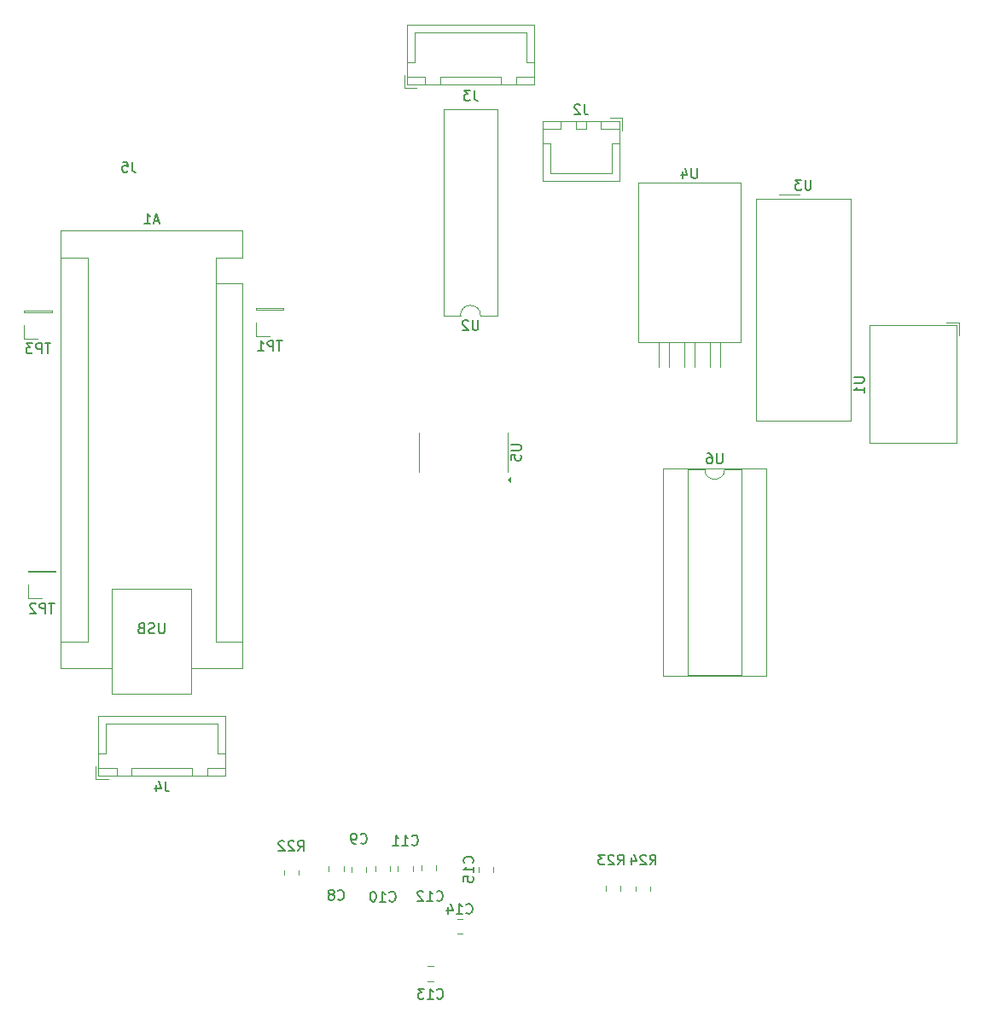
<source format=gbr>
%TF.GenerationSoftware,KiCad,Pcbnew,9.0.2*%
%TF.CreationDate,2025-06-27T21:47:48+01:00*%
%TF.ProjectId,Full_Circuit,46756c6c-5f43-4697-9263-7569742e6b69,rev?*%
%TF.SameCoordinates,Original*%
%TF.FileFunction,Legend,Bot*%
%TF.FilePolarity,Positive*%
%FSLAX46Y46*%
G04 Gerber Fmt 4.6, Leading zero omitted, Abs format (unit mm)*
G04 Created by KiCad (PCBNEW 9.0.2) date 2025-06-27 21:47:48*
%MOMM*%
%LPD*%
G01*
G04 APERTURE LIST*
%ADD10C,0.150000*%
%ADD11C,0.120000*%
G04 APERTURE END LIST*
D10*
X185639754Y-79826569D02*
X185639754Y-80636092D01*
X185639754Y-80636092D02*
X185592135Y-80731330D01*
X185592135Y-80731330D02*
X185544516Y-80778950D01*
X185544516Y-80778950D02*
X185449278Y-80826569D01*
X185449278Y-80826569D02*
X185258802Y-80826569D01*
X185258802Y-80826569D02*
X185163564Y-80778950D01*
X185163564Y-80778950D02*
X185115945Y-80731330D01*
X185115945Y-80731330D02*
X185068326Y-80636092D01*
X185068326Y-80636092D02*
X185068326Y-79826569D01*
X184163564Y-79826569D02*
X184354040Y-79826569D01*
X184354040Y-79826569D02*
X184449278Y-79874188D01*
X184449278Y-79874188D02*
X184496897Y-79921807D01*
X184496897Y-79921807D02*
X184592135Y-80064664D01*
X184592135Y-80064664D02*
X184639754Y-80255140D01*
X184639754Y-80255140D02*
X184639754Y-80636092D01*
X184639754Y-80636092D02*
X184592135Y-80731330D01*
X184592135Y-80731330D02*
X184544516Y-80778950D01*
X184544516Y-80778950D02*
X184449278Y-80826569D01*
X184449278Y-80826569D02*
X184258802Y-80826569D01*
X184258802Y-80826569D02*
X184163564Y-80778950D01*
X184163564Y-80778950D02*
X184115945Y-80731330D01*
X184115945Y-80731330D02*
X184068326Y-80636092D01*
X184068326Y-80636092D02*
X184068326Y-80397997D01*
X184068326Y-80397997D02*
X184115945Y-80302759D01*
X184115945Y-80302759D02*
X184163564Y-80255140D01*
X184163564Y-80255140D02*
X184258802Y-80207521D01*
X184258802Y-80207521D02*
X184449278Y-80207521D01*
X184449278Y-80207521D02*
X184544516Y-80255140D01*
X184544516Y-80255140D02*
X184592135Y-80302759D01*
X184592135Y-80302759D02*
X184639754Y-80397997D01*
X149738516Y-118443530D02*
X149786135Y-118491150D01*
X149786135Y-118491150D02*
X149928992Y-118538769D01*
X149928992Y-118538769D02*
X150024230Y-118538769D01*
X150024230Y-118538769D02*
X150167087Y-118491150D01*
X150167087Y-118491150D02*
X150262325Y-118395911D01*
X150262325Y-118395911D02*
X150309944Y-118300673D01*
X150309944Y-118300673D02*
X150357563Y-118110197D01*
X150357563Y-118110197D02*
X150357563Y-117967340D01*
X150357563Y-117967340D02*
X150309944Y-117776864D01*
X150309944Y-117776864D02*
X150262325Y-117681626D01*
X150262325Y-117681626D02*
X150167087Y-117586388D01*
X150167087Y-117586388D02*
X150024230Y-117538769D01*
X150024230Y-117538769D02*
X149928992Y-117538769D01*
X149928992Y-117538769D02*
X149786135Y-117586388D01*
X149786135Y-117586388D02*
X149738516Y-117634007D01*
X149262325Y-118538769D02*
X149071849Y-118538769D01*
X149071849Y-118538769D02*
X148976611Y-118491150D01*
X148976611Y-118491150D02*
X148928992Y-118443530D01*
X148928992Y-118443530D02*
X148833754Y-118300673D01*
X148833754Y-118300673D02*
X148786135Y-118110197D01*
X148786135Y-118110197D02*
X148786135Y-117729245D01*
X148786135Y-117729245D02*
X148833754Y-117634007D01*
X148833754Y-117634007D02*
X148881373Y-117586388D01*
X148881373Y-117586388D02*
X148976611Y-117538769D01*
X148976611Y-117538769D02*
X149167087Y-117538769D01*
X149167087Y-117538769D02*
X149262325Y-117586388D01*
X149262325Y-117586388D02*
X149309944Y-117634007D01*
X149309944Y-117634007D02*
X149357563Y-117729245D01*
X149357563Y-117729245D02*
X149357563Y-117967340D01*
X149357563Y-117967340D02*
X149309944Y-118062578D01*
X149309944Y-118062578D02*
X149262325Y-118110197D01*
X149262325Y-118110197D02*
X149167087Y-118157816D01*
X149167087Y-118157816D02*
X148976611Y-118157816D01*
X148976611Y-118157816D02*
X148881373Y-118110197D01*
X148881373Y-118110197D02*
X148833754Y-118062578D01*
X148833754Y-118062578D02*
X148786135Y-117967340D01*
X194436904Y-52667819D02*
X194436904Y-53477342D01*
X194436904Y-53477342D02*
X194389285Y-53572580D01*
X194389285Y-53572580D02*
X194341666Y-53620200D01*
X194341666Y-53620200D02*
X194246428Y-53667819D01*
X194246428Y-53667819D02*
X194055952Y-53667819D01*
X194055952Y-53667819D02*
X193960714Y-53620200D01*
X193960714Y-53620200D02*
X193913095Y-53572580D01*
X193913095Y-53572580D02*
X193865476Y-53477342D01*
X193865476Y-53477342D02*
X193865476Y-52667819D01*
X193484523Y-52667819D02*
X192865476Y-52667819D01*
X192865476Y-52667819D02*
X193198809Y-53048771D01*
X193198809Y-53048771D02*
X193055952Y-53048771D01*
X193055952Y-53048771D02*
X192960714Y-53096390D01*
X192960714Y-53096390D02*
X192913095Y-53144009D01*
X192913095Y-53144009D02*
X192865476Y-53239247D01*
X192865476Y-53239247D02*
X192865476Y-53477342D01*
X192865476Y-53477342D02*
X192913095Y-53572580D01*
X192913095Y-53572580D02*
X192960714Y-53620200D01*
X192960714Y-53620200D02*
X193055952Y-53667819D01*
X193055952Y-53667819D02*
X193341666Y-53667819D01*
X193341666Y-53667819D02*
X193436904Y-53620200D01*
X193436904Y-53620200D02*
X193484523Y-53572580D01*
X160849830Y-120438292D02*
X160897450Y-120390673D01*
X160897450Y-120390673D02*
X160945069Y-120247816D01*
X160945069Y-120247816D02*
X160945069Y-120152578D01*
X160945069Y-120152578D02*
X160897450Y-120009721D01*
X160897450Y-120009721D02*
X160802211Y-119914483D01*
X160802211Y-119914483D02*
X160706973Y-119866864D01*
X160706973Y-119866864D02*
X160516497Y-119819245D01*
X160516497Y-119819245D02*
X160373640Y-119819245D01*
X160373640Y-119819245D02*
X160183164Y-119866864D01*
X160183164Y-119866864D02*
X160087926Y-119914483D01*
X160087926Y-119914483D02*
X159992688Y-120009721D01*
X159992688Y-120009721D02*
X159945069Y-120152578D01*
X159945069Y-120152578D02*
X159945069Y-120247816D01*
X159945069Y-120247816D02*
X159992688Y-120390673D01*
X159992688Y-120390673D02*
X160040307Y-120438292D01*
X160945069Y-121390673D02*
X160945069Y-120819245D01*
X160945069Y-121104959D02*
X159945069Y-121104959D01*
X159945069Y-121104959D02*
X160087926Y-121009721D01*
X160087926Y-121009721D02*
X160183164Y-120914483D01*
X160183164Y-120914483D02*
X160230783Y-120819245D01*
X159945069Y-122295435D02*
X159945069Y-121819245D01*
X159945069Y-121819245D02*
X160421259Y-121771626D01*
X160421259Y-121771626D02*
X160373640Y-121819245D01*
X160373640Y-121819245D02*
X160326021Y-121914483D01*
X160326021Y-121914483D02*
X160326021Y-122152578D01*
X160326021Y-122152578D02*
X160373640Y-122247816D01*
X160373640Y-122247816D02*
X160421259Y-122295435D01*
X160421259Y-122295435D02*
X160516497Y-122343054D01*
X160516497Y-122343054D02*
X160754592Y-122343054D01*
X160754592Y-122343054D02*
X160849830Y-122295435D01*
X160849830Y-122295435D02*
X160897450Y-122247816D01*
X160897450Y-122247816D02*
X160945069Y-122152578D01*
X160945069Y-122152578D02*
X160945069Y-121914483D01*
X160945069Y-121914483D02*
X160897450Y-121819245D01*
X160897450Y-121819245D02*
X160849830Y-121771626D01*
X141977904Y-68636819D02*
X141406476Y-68636819D01*
X141692190Y-69636819D02*
X141692190Y-68636819D01*
X141073142Y-69636819D02*
X141073142Y-68636819D01*
X141073142Y-68636819D02*
X140692190Y-68636819D01*
X140692190Y-68636819D02*
X140596952Y-68684438D01*
X140596952Y-68684438D02*
X140549333Y-68732057D01*
X140549333Y-68732057D02*
X140501714Y-68827295D01*
X140501714Y-68827295D02*
X140501714Y-68970152D01*
X140501714Y-68970152D02*
X140549333Y-69065390D01*
X140549333Y-69065390D02*
X140596952Y-69113009D01*
X140596952Y-69113009D02*
X140692190Y-69160628D01*
X140692190Y-69160628D02*
X141073142Y-69160628D01*
X139549333Y-69636819D02*
X140120761Y-69636819D01*
X139835047Y-69636819D02*
X139835047Y-68636819D01*
X139835047Y-68636819D02*
X139930285Y-68779676D01*
X139930285Y-68779676D02*
X140025523Y-68874914D01*
X140025523Y-68874914D02*
X140120761Y-68922533D01*
X164668569Y-78942645D02*
X165478092Y-78942645D01*
X165478092Y-78942645D02*
X165573330Y-78990264D01*
X165573330Y-78990264D02*
X165620950Y-79037883D01*
X165620950Y-79037883D02*
X165668569Y-79133121D01*
X165668569Y-79133121D02*
X165668569Y-79323597D01*
X165668569Y-79323597D02*
X165620950Y-79418835D01*
X165620950Y-79418835D02*
X165573330Y-79466454D01*
X165573330Y-79466454D02*
X165478092Y-79514073D01*
X165478092Y-79514073D02*
X164668569Y-79514073D01*
X164668569Y-80466454D02*
X164668569Y-79990264D01*
X164668569Y-79990264D02*
X165144759Y-79942645D01*
X165144759Y-79942645D02*
X165097140Y-79990264D01*
X165097140Y-79990264D02*
X165049521Y-80085502D01*
X165049521Y-80085502D02*
X165049521Y-80323597D01*
X165049521Y-80323597D02*
X165097140Y-80418835D01*
X165097140Y-80418835D02*
X165144759Y-80466454D01*
X165144759Y-80466454D02*
X165239997Y-80514073D01*
X165239997Y-80514073D02*
X165478092Y-80514073D01*
X165478092Y-80514073D02*
X165573330Y-80466454D01*
X165573330Y-80466454D02*
X165620950Y-80418835D01*
X165620950Y-80418835D02*
X165668569Y-80323597D01*
X165668569Y-80323597D02*
X165668569Y-80085502D01*
X165668569Y-80085502D02*
X165620950Y-79990264D01*
X165620950Y-79990264D02*
X165573330Y-79942645D01*
X160222307Y-125399530D02*
X160269926Y-125447150D01*
X160269926Y-125447150D02*
X160412783Y-125494769D01*
X160412783Y-125494769D02*
X160508021Y-125494769D01*
X160508021Y-125494769D02*
X160650878Y-125447150D01*
X160650878Y-125447150D02*
X160746116Y-125351911D01*
X160746116Y-125351911D02*
X160793735Y-125256673D01*
X160793735Y-125256673D02*
X160841354Y-125066197D01*
X160841354Y-125066197D02*
X160841354Y-124923340D01*
X160841354Y-124923340D02*
X160793735Y-124732864D01*
X160793735Y-124732864D02*
X160746116Y-124637626D01*
X160746116Y-124637626D02*
X160650878Y-124542388D01*
X160650878Y-124542388D02*
X160508021Y-124494769D01*
X160508021Y-124494769D02*
X160412783Y-124494769D01*
X160412783Y-124494769D02*
X160269926Y-124542388D01*
X160269926Y-124542388D02*
X160222307Y-124590007D01*
X159269926Y-125494769D02*
X159841354Y-125494769D01*
X159555640Y-125494769D02*
X159555640Y-124494769D01*
X159555640Y-124494769D02*
X159650878Y-124637626D01*
X159650878Y-124637626D02*
X159746116Y-124732864D01*
X159746116Y-124732864D02*
X159841354Y-124780483D01*
X158412783Y-124828102D02*
X158412783Y-125494769D01*
X158650878Y-124447150D02*
X158888973Y-125161435D01*
X158888973Y-125161435D02*
X158269926Y-125161435D01*
X147503316Y-124031530D02*
X147550935Y-124079150D01*
X147550935Y-124079150D02*
X147693792Y-124126769D01*
X147693792Y-124126769D02*
X147789030Y-124126769D01*
X147789030Y-124126769D02*
X147931887Y-124079150D01*
X147931887Y-124079150D02*
X148027125Y-123983911D01*
X148027125Y-123983911D02*
X148074744Y-123888673D01*
X148074744Y-123888673D02*
X148122363Y-123698197D01*
X148122363Y-123698197D02*
X148122363Y-123555340D01*
X148122363Y-123555340D02*
X148074744Y-123364864D01*
X148074744Y-123364864D02*
X148027125Y-123269626D01*
X148027125Y-123269626D02*
X147931887Y-123174388D01*
X147931887Y-123174388D02*
X147789030Y-123126769D01*
X147789030Y-123126769D02*
X147693792Y-123126769D01*
X147693792Y-123126769D02*
X147550935Y-123174388D01*
X147550935Y-123174388D02*
X147503316Y-123222007D01*
X146931887Y-123555340D02*
X147027125Y-123507721D01*
X147027125Y-123507721D02*
X147074744Y-123460102D01*
X147074744Y-123460102D02*
X147122363Y-123364864D01*
X147122363Y-123364864D02*
X147122363Y-123317245D01*
X147122363Y-123317245D02*
X147074744Y-123222007D01*
X147074744Y-123222007D02*
X147027125Y-123174388D01*
X147027125Y-123174388D02*
X146931887Y-123126769D01*
X146931887Y-123126769D02*
X146741411Y-123126769D01*
X146741411Y-123126769D02*
X146646173Y-123174388D01*
X146646173Y-123174388D02*
X146598554Y-123222007D01*
X146598554Y-123222007D02*
X146550935Y-123317245D01*
X146550935Y-123317245D02*
X146550935Y-123364864D01*
X146550935Y-123364864D02*
X146598554Y-123460102D01*
X146598554Y-123460102D02*
X146646173Y-123507721D01*
X146646173Y-123507721D02*
X146741411Y-123555340D01*
X146741411Y-123555340D02*
X146931887Y-123555340D01*
X146931887Y-123555340D02*
X147027125Y-123602959D01*
X147027125Y-123602959D02*
X147074744Y-123650578D01*
X147074744Y-123650578D02*
X147122363Y-123745816D01*
X147122363Y-123745816D02*
X147122363Y-123936292D01*
X147122363Y-123936292D02*
X147074744Y-124031530D01*
X147074744Y-124031530D02*
X147027125Y-124079150D01*
X147027125Y-124079150D02*
X146931887Y-124126769D01*
X146931887Y-124126769D02*
X146741411Y-124126769D01*
X146741411Y-124126769D02*
X146646173Y-124079150D01*
X146646173Y-124079150D02*
X146598554Y-124031530D01*
X146598554Y-124031530D02*
X146550935Y-123936292D01*
X146550935Y-123936292D02*
X146550935Y-123745816D01*
X146550935Y-123745816D02*
X146598554Y-123650578D01*
X146598554Y-123650578D02*
X146646173Y-123602959D01*
X146646173Y-123602959D02*
X146741411Y-123555340D01*
X157326707Y-133835930D02*
X157374326Y-133883550D01*
X157374326Y-133883550D02*
X157517183Y-133931169D01*
X157517183Y-133931169D02*
X157612421Y-133931169D01*
X157612421Y-133931169D02*
X157755278Y-133883550D01*
X157755278Y-133883550D02*
X157850516Y-133788311D01*
X157850516Y-133788311D02*
X157898135Y-133693073D01*
X157898135Y-133693073D02*
X157945754Y-133502597D01*
X157945754Y-133502597D02*
X157945754Y-133359740D01*
X157945754Y-133359740D02*
X157898135Y-133169264D01*
X157898135Y-133169264D02*
X157850516Y-133074026D01*
X157850516Y-133074026D02*
X157755278Y-132978788D01*
X157755278Y-132978788D02*
X157612421Y-132931169D01*
X157612421Y-132931169D02*
X157517183Y-132931169D01*
X157517183Y-132931169D02*
X157374326Y-132978788D01*
X157374326Y-132978788D02*
X157326707Y-133026407D01*
X156374326Y-133931169D02*
X156945754Y-133931169D01*
X156660040Y-133931169D02*
X156660040Y-132931169D01*
X156660040Y-132931169D02*
X156755278Y-133074026D01*
X156755278Y-133074026D02*
X156850516Y-133169264D01*
X156850516Y-133169264D02*
X156945754Y-133216883D01*
X156040992Y-132931169D02*
X155421945Y-132931169D01*
X155421945Y-132931169D02*
X155755278Y-133312121D01*
X155755278Y-133312121D02*
X155612421Y-133312121D01*
X155612421Y-133312121D02*
X155517183Y-133359740D01*
X155517183Y-133359740D02*
X155469564Y-133407359D01*
X155469564Y-133407359D02*
X155421945Y-133502597D01*
X155421945Y-133502597D02*
X155421945Y-133740692D01*
X155421945Y-133740692D02*
X155469564Y-133835930D01*
X155469564Y-133835930D02*
X155517183Y-133883550D01*
X155517183Y-133883550D02*
X155612421Y-133931169D01*
X155612421Y-133931169D02*
X155898135Y-133931169D01*
X155898135Y-133931169D02*
X155993373Y-133883550D01*
X155993373Y-133883550D02*
X156040992Y-133835930D01*
X178459507Y-120621569D02*
X178792840Y-120145378D01*
X179030935Y-120621569D02*
X179030935Y-119621569D01*
X179030935Y-119621569D02*
X178649983Y-119621569D01*
X178649983Y-119621569D02*
X178554745Y-119669188D01*
X178554745Y-119669188D02*
X178507126Y-119716807D01*
X178507126Y-119716807D02*
X178459507Y-119812045D01*
X178459507Y-119812045D02*
X178459507Y-119954902D01*
X178459507Y-119954902D02*
X178507126Y-120050140D01*
X178507126Y-120050140D02*
X178554745Y-120097759D01*
X178554745Y-120097759D02*
X178649983Y-120145378D01*
X178649983Y-120145378D02*
X179030935Y-120145378D01*
X178078554Y-119716807D02*
X178030935Y-119669188D01*
X178030935Y-119669188D02*
X177935697Y-119621569D01*
X177935697Y-119621569D02*
X177697602Y-119621569D01*
X177697602Y-119621569D02*
X177602364Y-119669188D01*
X177602364Y-119669188D02*
X177554745Y-119716807D01*
X177554745Y-119716807D02*
X177507126Y-119812045D01*
X177507126Y-119812045D02*
X177507126Y-119907283D01*
X177507126Y-119907283D02*
X177554745Y-120050140D01*
X177554745Y-120050140D02*
X178126173Y-120621569D01*
X178126173Y-120621569D02*
X177507126Y-120621569D01*
X176649983Y-119954902D02*
X176649983Y-120621569D01*
X176888078Y-119573950D02*
X177126173Y-120288235D01*
X177126173Y-120288235D02*
X176507126Y-120288235D01*
X127079333Y-50889819D02*
X127079333Y-51604104D01*
X127079333Y-51604104D02*
X127126952Y-51746961D01*
X127126952Y-51746961D02*
X127222190Y-51842200D01*
X127222190Y-51842200D02*
X127365047Y-51889819D01*
X127365047Y-51889819D02*
X127460285Y-51889819D01*
X126126952Y-50889819D02*
X126603142Y-50889819D01*
X126603142Y-50889819D02*
X126650761Y-51366009D01*
X126650761Y-51366009D02*
X126603142Y-51318390D01*
X126603142Y-51318390D02*
X126507904Y-51270771D01*
X126507904Y-51270771D02*
X126269809Y-51270771D01*
X126269809Y-51270771D02*
X126174571Y-51318390D01*
X126174571Y-51318390D02*
X126126952Y-51366009D01*
X126126952Y-51366009D02*
X126079333Y-51461247D01*
X126079333Y-51461247D02*
X126079333Y-51699342D01*
X126079333Y-51699342D02*
X126126952Y-51794580D01*
X126126952Y-51794580D02*
X126174571Y-51842200D01*
X126174571Y-51842200D02*
X126269809Y-51889819D01*
X126269809Y-51889819D02*
X126507904Y-51889819D01*
X126507904Y-51889819D02*
X126603142Y-51842200D01*
X126603142Y-51842200D02*
X126650761Y-51794580D01*
X171946333Y-45180819D02*
X171946333Y-45895104D01*
X171946333Y-45895104D02*
X171993952Y-46037961D01*
X171993952Y-46037961D02*
X172089190Y-46133200D01*
X172089190Y-46133200D02*
X172232047Y-46180819D01*
X172232047Y-46180819D02*
X172327285Y-46180819D01*
X171517761Y-45276057D02*
X171470142Y-45228438D01*
X171470142Y-45228438D02*
X171374904Y-45180819D01*
X171374904Y-45180819D02*
X171136809Y-45180819D01*
X171136809Y-45180819D02*
X171041571Y-45228438D01*
X171041571Y-45228438D02*
X170993952Y-45276057D01*
X170993952Y-45276057D02*
X170946333Y-45371295D01*
X170946333Y-45371295D02*
X170946333Y-45466533D01*
X170946333Y-45466533D02*
X170993952Y-45609390D01*
X170993952Y-45609390D02*
X171565380Y-46180819D01*
X171565380Y-46180819D02*
X170946333Y-46180819D01*
X157275907Y-124133130D02*
X157323526Y-124180750D01*
X157323526Y-124180750D02*
X157466383Y-124228369D01*
X157466383Y-124228369D02*
X157561621Y-124228369D01*
X157561621Y-124228369D02*
X157704478Y-124180750D01*
X157704478Y-124180750D02*
X157799716Y-124085511D01*
X157799716Y-124085511D02*
X157847335Y-123990273D01*
X157847335Y-123990273D02*
X157894954Y-123799797D01*
X157894954Y-123799797D02*
X157894954Y-123656940D01*
X157894954Y-123656940D02*
X157847335Y-123466464D01*
X157847335Y-123466464D02*
X157799716Y-123371226D01*
X157799716Y-123371226D02*
X157704478Y-123275988D01*
X157704478Y-123275988D02*
X157561621Y-123228369D01*
X157561621Y-123228369D02*
X157466383Y-123228369D01*
X157466383Y-123228369D02*
X157323526Y-123275988D01*
X157323526Y-123275988D02*
X157275907Y-123323607D01*
X156323526Y-124228369D02*
X156894954Y-124228369D01*
X156609240Y-124228369D02*
X156609240Y-123228369D01*
X156609240Y-123228369D02*
X156704478Y-123371226D01*
X156704478Y-123371226D02*
X156799716Y-123466464D01*
X156799716Y-123466464D02*
X156894954Y-123514083D01*
X155942573Y-123323607D02*
X155894954Y-123275988D01*
X155894954Y-123275988D02*
X155799716Y-123228369D01*
X155799716Y-123228369D02*
X155561621Y-123228369D01*
X155561621Y-123228369D02*
X155466383Y-123275988D01*
X155466383Y-123275988D02*
X155418764Y-123323607D01*
X155418764Y-123323607D02*
X155371145Y-123418845D01*
X155371145Y-123418845D02*
X155371145Y-123514083D01*
X155371145Y-123514083D02*
X155418764Y-123656940D01*
X155418764Y-123656940D02*
X155990192Y-124228369D01*
X155990192Y-124228369D02*
X155371145Y-124228369D01*
X143509107Y-119249969D02*
X143842440Y-118773778D01*
X144080535Y-119249969D02*
X144080535Y-118249969D01*
X144080535Y-118249969D02*
X143699583Y-118249969D01*
X143699583Y-118249969D02*
X143604345Y-118297588D01*
X143604345Y-118297588D02*
X143556726Y-118345207D01*
X143556726Y-118345207D02*
X143509107Y-118440445D01*
X143509107Y-118440445D02*
X143509107Y-118583302D01*
X143509107Y-118583302D02*
X143556726Y-118678540D01*
X143556726Y-118678540D02*
X143604345Y-118726159D01*
X143604345Y-118726159D02*
X143699583Y-118773778D01*
X143699583Y-118773778D02*
X144080535Y-118773778D01*
X143128154Y-118345207D02*
X143080535Y-118297588D01*
X143080535Y-118297588D02*
X142985297Y-118249969D01*
X142985297Y-118249969D02*
X142747202Y-118249969D01*
X142747202Y-118249969D02*
X142651964Y-118297588D01*
X142651964Y-118297588D02*
X142604345Y-118345207D01*
X142604345Y-118345207D02*
X142556726Y-118440445D01*
X142556726Y-118440445D02*
X142556726Y-118535683D01*
X142556726Y-118535683D02*
X142604345Y-118678540D01*
X142604345Y-118678540D02*
X143175773Y-119249969D01*
X143175773Y-119249969D02*
X142556726Y-119249969D01*
X142175773Y-118345207D02*
X142128154Y-118297588D01*
X142128154Y-118297588D02*
X142032916Y-118249969D01*
X142032916Y-118249969D02*
X141794821Y-118249969D01*
X141794821Y-118249969D02*
X141699583Y-118297588D01*
X141699583Y-118297588D02*
X141651964Y-118345207D01*
X141651964Y-118345207D02*
X141604345Y-118440445D01*
X141604345Y-118440445D02*
X141604345Y-118535683D01*
X141604345Y-118535683D02*
X141651964Y-118678540D01*
X141651964Y-118678540D02*
X142223392Y-119249969D01*
X142223392Y-119249969D02*
X141604345Y-119249969D01*
X119371904Y-94671819D02*
X118800476Y-94671819D01*
X119086190Y-95671819D02*
X119086190Y-94671819D01*
X118467142Y-95671819D02*
X118467142Y-94671819D01*
X118467142Y-94671819D02*
X118086190Y-94671819D01*
X118086190Y-94671819D02*
X117990952Y-94719438D01*
X117990952Y-94719438D02*
X117943333Y-94767057D01*
X117943333Y-94767057D02*
X117895714Y-94862295D01*
X117895714Y-94862295D02*
X117895714Y-95005152D01*
X117895714Y-95005152D02*
X117943333Y-95100390D01*
X117943333Y-95100390D02*
X117990952Y-95148009D01*
X117990952Y-95148009D02*
X118086190Y-95195628D01*
X118086190Y-95195628D02*
X118467142Y-95195628D01*
X117514761Y-94767057D02*
X117467142Y-94719438D01*
X117467142Y-94719438D02*
X117371904Y-94671819D01*
X117371904Y-94671819D02*
X117133809Y-94671819D01*
X117133809Y-94671819D02*
X117038571Y-94719438D01*
X117038571Y-94719438D02*
X116990952Y-94767057D01*
X116990952Y-94767057D02*
X116943333Y-94862295D01*
X116943333Y-94862295D02*
X116943333Y-94957533D01*
X116943333Y-94957533D02*
X116990952Y-95100390D01*
X116990952Y-95100390D02*
X117562380Y-95671819D01*
X117562380Y-95671819D02*
X116943333Y-95671819D01*
X175259107Y-120621569D02*
X175592440Y-120145378D01*
X175830535Y-120621569D02*
X175830535Y-119621569D01*
X175830535Y-119621569D02*
X175449583Y-119621569D01*
X175449583Y-119621569D02*
X175354345Y-119669188D01*
X175354345Y-119669188D02*
X175306726Y-119716807D01*
X175306726Y-119716807D02*
X175259107Y-119812045D01*
X175259107Y-119812045D02*
X175259107Y-119954902D01*
X175259107Y-119954902D02*
X175306726Y-120050140D01*
X175306726Y-120050140D02*
X175354345Y-120097759D01*
X175354345Y-120097759D02*
X175449583Y-120145378D01*
X175449583Y-120145378D02*
X175830535Y-120145378D01*
X174878154Y-119716807D02*
X174830535Y-119669188D01*
X174830535Y-119669188D02*
X174735297Y-119621569D01*
X174735297Y-119621569D02*
X174497202Y-119621569D01*
X174497202Y-119621569D02*
X174401964Y-119669188D01*
X174401964Y-119669188D02*
X174354345Y-119716807D01*
X174354345Y-119716807D02*
X174306726Y-119812045D01*
X174306726Y-119812045D02*
X174306726Y-119907283D01*
X174306726Y-119907283D02*
X174354345Y-120050140D01*
X174354345Y-120050140D02*
X174925773Y-120621569D01*
X174925773Y-120621569D02*
X174306726Y-120621569D01*
X173973392Y-119621569D02*
X173354345Y-119621569D01*
X173354345Y-119621569D02*
X173687678Y-120002521D01*
X173687678Y-120002521D02*
X173544821Y-120002521D01*
X173544821Y-120002521D02*
X173449583Y-120050140D01*
X173449583Y-120050140D02*
X173401964Y-120097759D01*
X173401964Y-120097759D02*
X173354345Y-120192997D01*
X173354345Y-120192997D02*
X173354345Y-120431092D01*
X173354345Y-120431092D02*
X173401964Y-120526330D01*
X173401964Y-120526330D02*
X173449583Y-120573950D01*
X173449583Y-120573950D02*
X173544821Y-120621569D01*
X173544821Y-120621569D02*
X173830535Y-120621569D01*
X173830535Y-120621569D02*
X173925773Y-120573950D01*
X173925773Y-120573950D02*
X173973392Y-120526330D01*
X198699319Y-72228595D02*
X199508842Y-72228595D01*
X199508842Y-72228595D02*
X199604080Y-72276214D01*
X199604080Y-72276214D02*
X199651700Y-72323833D01*
X199651700Y-72323833D02*
X199699319Y-72419071D01*
X199699319Y-72419071D02*
X199699319Y-72609547D01*
X199699319Y-72609547D02*
X199651700Y-72704785D01*
X199651700Y-72704785D02*
X199604080Y-72752404D01*
X199604080Y-72752404D02*
X199508842Y-72800023D01*
X199508842Y-72800023D02*
X198699319Y-72800023D01*
X199699319Y-73800023D02*
X199699319Y-73228595D01*
X199699319Y-73514309D02*
X198699319Y-73514309D01*
X198699319Y-73514309D02*
X198842176Y-73419071D01*
X198842176Y-73419071D02*
X198937414Y-73323833D01*
X198937414Y-73323833D02*
X198985033Y-73228595D01*
X161408154Y-66579569D02*
X161408154Y-67389092D01*
X161408154Y-67389092D02*
X161360535Y-67484330D01*
X161360535Y-67484330D02*
X161312916Y-67531950D01*
X161312916Y-67531950D02*
X161217678Y-67579569D01*
X161217678Y-67579569D02*
X161027202Y-67579569D01*
X161027202Y-67579569D02*
X160931964Y-67531950D01*
X160931964Y-67531950D02*
X160884345Y-67484330D01*
X160884345Y-67484330D02*
X160836726Y-67389092D01*
X160836726Y-67389092D02*
X160836726Y-66579569D01*
X160408154Y-66674807D02*
X160360535Y-66627188D01*
X160360535Y-66627188D02*
X160265297Y-66579569D01*
X160265297Y-66579569D02*
X160027202Y-66579569D01*
X160027202Y-66579569D02*
X159931964Y-66627188D01*
X159931964Y-66627188D02*
X159884345Y-66674807D01*
X159884345Y-66674807D02*
X159836726Y-66770045D01*
X159836726Y-66770045D02*
X159836726Y-66865283D01*
X159836726Y-66865283D02*
X159884345Y-67008140D01*
X159884345Y-67008140D02*
X160455773Y-67579569D01*
X160455773Y-67579569D02*
X159836726Y-67579569D01*
X129736285Y-56734254D02*
X129260095Y-56734254D01*
X129831523Y-57019969D02*
X129498190Y-56019969D01*
X129498190Y-56019969D02*
X129164857Y-57019969D01*
X128307714Y-57019969D02*
X128879142Y-57019969D01*
X128593428Y-57019969D02*
X128593428Y-56019969D01*
X128593428Y-56019969D02*
X128688666Y-56162826D01*
X128688666Y-56162826D02*
X128783904Y-56258064D01*
X128783904Y-56258064D02*
X128879142Y-56305683D01*
X130283904Y-96659969D02*
X130283904Y-97469492D01*
X130283904Y-97469492D02*
X130236285Y-97564730D01*
X130236285Y-97564730D02*
X130188666Y-97612350D01*
X130188666Y-97612350D02*
X130093428Y-97659969D01*
X130093428Y-97659969D02*
X129902952Y-97659969D01*
X129902952Y-97659969D02*
X129807714Y-97612350D01*
X129807714Y-97612350D02*
X129760095Y-97564730D01*
X129760095Y-97564730D02*
X129712476Y-97469492D01*
X129712476Y-97469492D02*
X129712476Y-96659969D01*
X129283904Y-97612350D02*
X129141047Y-97659969D01*
X129141047Y-97659969D02*
X128902952Y-97659969D01*
X128902952Y-97659969D02*
X128807714Y-97612350D01*
X128807714Y-97612350D02*
X128760095Y-97564730D01*
X128760095Y-97564730D02*
X128712476Y-97469492D01*
X128712476Y-97469492D02*
X128712476Y-97374254D01*
X128712476Y-97374254D02*
X128760095Y-97279016D01*
X128760095Y-97279016D02*
X128807714Y-97231397D01*
X128807714Y-97231397D02*
X128902952Y-97183778D01*
X128902952Y-97183778D02*
X129093428Y-97136159D01*
X129093428Y-97136159D02*
X129188666Y-97088540D01*
X129188666Y-97088540D02*
X129236285Y-97040921D01*
X129236285Y-97040921D02*
X129283904Y-96945683D01*
X129283904Y-96945683D02*
X129283904Y-96850445D01*
X129283904Y-96850445D02*
X129236285Y-96755207D01*
X129236285Y-96755207D02*
X129188666Y-96707588D01*
X129188666Y-96707588D02*
X129093428Y-96659969D01*
X129093428Y-96659969D02*
X128855333Y-96659969D01*
X128855333Y-96659969D02*
X128712476Y-96707588D01*
X127950571Y-97136159D02*
X127807714Y-97183778D01*
X127807714Y-97183778D02*
X127760095Y-97231397D01*
X127760095Y-97231397D02*
X127712476Y-97326635D01*
X127712476Y-97326635D02*
X127712476Y-97469492D01*
X127712476Y-97469492D02*
X127760095Y-97564730D01*
X127760095Y-97564730D02*
X127807714Y-97612350D01*
X127807714Y-97612350D02*
X127902952Y-97659969D01*
X127902952Y-97659969D02*
X128283904Y-97659969D01*
X128283904Y-97659969D02*
X128283904Y-96659969D01*
X128283904Y-96659969D02*
X127950571Y-96659969D01*
X127950571Y-96659969D02*
X127855333Y-96707588D01*
X127855333Y-96707588D02*
X127807714Y-96755207D01*
X127807714Y-96755207D02*
X127760095Y-96850445D01*
X127760095Y-96850445D02*
X127760095Y-96945683D01*
X127760095Y-96945683D02*
X127807714Y-97040921D01*
X127807714Y-97040921D02*
X127855333Y-97088540D01*
X127855333Y-97088540D02*
X127950571Y-97136159D01*
X127950571Y-97136159D02*
X128283904Y-97136159D01*
X118990904Y-68890819D02*
X118419476Y-68890819D01*
X118705190Y-69890819D02*
X118705190Y-68890819D01*
X118086142Y-69890819D02*
X118086142Y-68890819D01*
X118086142Y-68890819D02*
X117705190Y-68890819D01*
X117705190Y-68890819D02*
X117609952Y-68938438D01*
X117609952Y-68938438D02*
X117562333Y-68986057D01*
X117562333Y-68986057D02*
X117514714Y-69081295D01*
X117514714Y-69081295D02*
X117514714Y-69224152D01*
X117514714Y-69224152D02*
X117562333Y-69319390D01*
X117562333Y-69319390D02*
X117609952Y-69367009D01*
X117609952Y-69367009D02*
X117705190Y-69414628D01*
X117705190Y-69414628D02*
X118086142Y-69414628D01*
X117181380Y-68890819D02*
X116562333Y-68890819D01*
X116562333Y-68890819D02*
X116895666Y-69271771D01*
X116895666Y-69271771D02*
X116752809Y-69271771D01*
X116752809Y-69271771D02*
X116657571Y-69319390D01*
X116657571Y-69319390D02*
X116609952Y-69367009D01*
X116609952Y-69367009D02*
X116562333Y-69462247D01*
X116562333Y-69462247D02*
X116562333Y-69700342D01*
X116562333Y-69700342D02*
X116609952Y-69795580D01*
X116609952Y-69795580D02*
X116657571Y-69843200D01*
X116657571Y-69843200D02*
X116752809Y-69890819D01*
X116752809Y-69890819D02*
X117038523Y-69890819D01*
X117038523Y-69890819D02*
X117133761Y-69843200D01*
X117133761Y-69843200D02*
X117181380Y-69795580D01*
X154837507Y-118595930D02*
X154885126Y-118643550D01*
X154885126Y-118643550D02*
X155027983Y-118691169D01*
X155027983Y-118691169D02*
X155123221Y-118691169D01*
X155123221Y-118691169D02*
X155266078Y-118643550D01*
X155266078Y-118643550D02*
X155361316Y-118548311D01*
X155361316Y-118548311D02*
X155408935Y-118453073D01*
X155408935Y-118453073D02*
X155456554Y-118262597D01*
X155456554Y-118262597D02*
X155456554Y-118119740D01*
X155456554Y-118119740D02*
X155408935Y-117929264D01*
X155408935Y-117929264D02*
X155361316Y-117834026D01*
X155361316Y-117834026D02*
X155266078Y-117738788D01*
X155266078Y-117738788D02*
X155123221Y-117691169D01*
X155123221Y-117691169D02*
X155027983Y-117691169D01*
X155027983Y-117691169D02*
X154885126Y-117738788D01*
X154885126Y-117738788D02*
X154837507Y-117786407D01*
X153885126Y-118691169D02*
X154456554Y-118691169D01*
X154170840Y-118691169D02*
X154170840Y-117691169D01*
X154170840Y-117691169D02*
X154266078Y-117834026D01*
X154266078Y-117834026D02*
X154361316Y-117929264D01*
X154361316Y-117929264D02*
X154456554Y-117976883D01*
X152932745Y-118691169D02*
X153504173Y-118691169D01*
X153218459Y-118691169D02*
X153218459Y-117691169D01*
X153218459Y-117691169D02*
X153313697Y-117834026D01*
X153313697Y-117834026D02*
X153408935Y-117929264D01*
X153408935Y-117929264D02*
X153504173Y-117976883D01*
X152602307Y-124183930D02*
X152649926Y-124231550D01*
X152649926Y-124231550D02*
X152792783Y-124279169D01*
X152792783Y-124279169D02*
X152888021Y-124279169D01*
X152888021Y-124279169D02*
X153030878Y-124231550D01*
X153030878Y-124231550D02*
X153126116Y-124136311D01*
X153126116Y-124136311D02*
X153173735Y-124041073D01*
X153173735Y-124041073D02*
X153221354Y-123850597D01*
X153221354Y-123850597D02*
X153221354Y-123707740D01*
X153221354Y-123707740D02*
X153173735Y-123517264D01*
X153173735Y-123517264D02*
X153126116Y-123422026D01*
X153126116Y-123422026D02*
X153030878Y-123326788D01*
X153030878Y-123326788D02*
X152888021Y-123279169D01*
X152888021Y-123279169D02*
X152792783Y-123279169D01*
X152792783Y-123279169D02*
X152649926Y-123326788D01*
X152649926Y-123326788D02*
X152602307Y-123374407D01*
X151649926Y-124279169D02*
X152221354Y-124279169D01*
X151935640Y-124279169D02*
X151935640Y-123279169D01*
X151935640Y-123279169D02*
X152030878Y-123422026D01*
X152030878Y-123422026D02*
X152126116Y-123517264D01*
X152126116Y-123517264D02*
X152221354Y-123564883D01*
X151030878Y-123279169D02*
X150935640Y-123279169D01*
X150935640Y-123279169D02*
X150840402Y-123326788D01*
X150840402Y-123326788D02*
X150792783Y-123374407D01*
X150792783Y-123374407D02*
X150745164Y-123469645D01*
X150745164Y-123469645D02*
X150697545Y-123660121D01*
X150697545Y-123660121D02*
X150697545Y-123898216D01*
X150697545Y-123898216D02*
X150745164Y-124088692D01*
X150745164Y-124088692D02*
X150792783Y-124183930D01*
X150792783Y-124183930D02*
X150840402Y-124231550D01*
X150840402Y-124231550D02*
X150935640Y-124279169D01*
X150935640Y-124279169D02*
X151030878Y-124279169D01*
X151030878Y-124279169D02*
X151126116Y-124231550D01*
X151126116Y-124231550D02*
X151173735Y-124183930D01*
X151173735Y-124183930D02*
X151221354Y-124088692D01*
X151221354Y-124088692D02*
X151268973Y-123898216D01*
X151268973Y-123898216D02*
X151268973Y-123660121D01*
X151268973Y-123660121D02*
X151221354Y-123469645D01*
X151221354Y-123469645D02*
X151173735Y-123374407D01*
X151173735Y-123374407D02*
X151126116Y-123326788D01*
X151126116Y-123326788D02*
X151030878Y-123279169D01*
X130361333Y-112351819D02*
X130361333Y-113066104D01*
X130361333Y-113066104D02*
X130408952Y-113208961D01*
X130408952Y-113208961D02*
X130504190Y-113304200D01*
X130504190Y-113304200D02*
X130647047Y-113351819D01*
X130647047Y-113351819D02*
X130742285Y-113351819D01*
X129456571Y-112685152D02*
X129456571Y-113351819D01*
X129694666Y-112304200D02*
X129932761Y-113018485D01*
X129932761Y-113018485D02*
X129313714Y-113018485D01*
X183149904Y-51520819D02*
X183149904Y-52330342D01*
X183149904Y-52330342D02*
X183102285Y-52425580D01*
X183102285Y-52425580D02*
X183054666Y-52473200D01*
X183054666Y-52473200D02*
X182959428Y-52520819D01*
X182959428Y-52520819D02*
X182768952Y-52520819D01*
X182768952Y-52520819D02*
X182673714Y-52473200D01*
X182673714Y-52473200D02*
X182626095Y-52425580D01*
X182626095Y-52425580D02*
X182578476Y-52330342D01*
X182578476Y-52330342D02*
X182578476Y-51520819D01*
X181673714Y-51854152D02*
X181673714Y-52520819D01*
X181911809Y-51473200D02*
X182149904Y-52187485D01*
X182149904Y-52187485D02*
X181530857Y-52187485D01*
X161004333Y-43788819D02*
X161004333Y-44503104D01*
X161004333Y-44503104D02*
X161051952Y-44645961D01*
X161051952Y-44645961D02*
X161147190Y-44741200D01*
X161147190Y-44741200D02*
X161290047Y-44788819D01*
X161290047Y-44788819D02*
X161385285Y-44788819D01*
X160623380Y-43788819D02*
X160004333Y-43788819D01*
X160004333Y-43788819D02*
X160337666Y-44169771D01*
X160337666Y-44169771D02*
X160194809Y-44169771D01*
X160194809Y-44169771D02*
X160099571Y-44217390D01*
X160099571Y-44217390D02*
X160051952Y-44265009D01*
X160051952Y-44265009D02*
X160004333Y-44360247D01*
X160004333Y-44360247D02*
X160004333Y-44598342D01*
X160004333Y-44598342D02*
X160051952Y-44693580D01*
X160051952Y-44693580D02*
X160099571Y-44741200D01*
X160099571Y-44741200D02*
X160194809Y-44788819D01*
X160194809Y-44788819D02*
X160480523Y-44788819D01*
X160480523Y-44788819D02*
X160575761Y-44741200D01*
X160575761Y-44741200D02*
X160623380Y-44693580D01*
D11*
%TO.C,U6*%
X182227850Y-81371750D02*
X183877850Y-81371750D01*
X182227850Y-101811750D02*
X182227850Y-81371750D01*
X185877850Y-81371750D02*
X187527850Y-81371750D01*
X187527850Y-81371750D02*
X187527850Y-101811750D01*
X187527850Y-101811750D02*
X182227850Y-101811750D01*
X190017850Y-81311750D02*
X179737850Y-81311750D01*
X179737850Y-101871750D01*
X190017850Y-101871750D01*
X190017850Y-81311750D01*
X185877850Y-81371750D02*
G75*
G02*
X183877850Y-81371750I-1000000J0D01*
G01*
%TO.C,C9*%
X148836850Y-120819898D02*
X148836850Y-121342402D01*
X150306850Y-120819898D02*
X150306850Y-121342402D01*
%TO.C,U3*%
X188971000Y-54527500D02*
X188971000Y-76567500D01*
X188971000Y-76567500D02*
X198411000Y-76567500D01*
X191291000Y-54147500D02*
X193291000Y-54147500D01*
X198411000Y-54527500D02*
X188971000Y-54527500D01*
X198411000Y-76567500D02*
X198411000Y-54527500D01*
%TO.C,C15*%
X161435250Y-120819898D02*
X161435250Y-121342402D01*
X162905250Y-120819898D02*
X162905250Y-121342402D01*
%TO.C,TP1*%
X139336000Y-65422000D02*
X142096000Y-65422000D01*
X139336000Y-65532000D02*
X139336000Y-65422000D01*
X139336000Y-65532000D02*
X142096000Y-65532000D01*
X139336000Y-66802000D02*
X139336000Y-68182000D01*
X139336000Y-68182000D02*
X140716000Y-68182000D01*
X142096000Y-65532000D02*
X142096000Y-65422000D01*
%TO.C,U5*%
X155498750Y-79704550D02*
X155498750Y-77754550D01*
X155498750Y-79704550D02*
X155498750Y-81654550D01*
X164368750Y-79704550D02*
X164368750Y-77754550D01*
X164368750Y-79704550D02*
X164368750Y-81654550D01*
X164633750Y-82644550D02*
X164303750Y-82404550D01*
X164633750Y-82164550D01*
X164633750Y-82644550D01*
G36*
X164633750Y-82644550D02*
G01*
X164303750Y-82404550D01*
X164633750Y-82164550D01*
X164633750Y-82644550D01*
G37*
%TO.C,C14*%
X159840702Y-125984950D02*
X159318198Y-125984950D01*
X159840702Y-127454950D02*
X159318198Y-127454950D01*
%TO.C,C8*%
X146601650Y-120769098D02*
X146601650Y-121291602D01*
X148071650Y-120769098D02*
X148071650Y-121291602D01*
%TO.C,C13*%
X156945102Y-130709350D02*
X156422598Y-130709350D01*
X156945102Y-132179350D02*
X156422598Y-132179350D01*
%TO.C,R24*%
X177030850Y-123238614D02*
X177030850Y-122784486D01*
X178500850Y-123238614D02*
X178500850Y-122784486D01*
%TO.C,J2*%
X167803000Y-46816000D02*
X175423000Y-46816000D01*
X167803000Y-52786000D02*
X167803000Y-46816000D01*
X167813000Y-46826000D02*
X169613000Y-46826000D01*
X167813000Y-47576000D02*
X167813000Y-46826000D01*
X167813000Y-49076000D02*
X168563000Y-49076000D01*
X168563000Y-49076000D02*
X168563000Y-52026000D01*
X168563000Y-52026000D02*
X171613000Y-52026000D01*
X169613000Y-46826000D02*
X169613000Y-47576000D01*
X169613000Y-47576000D02*
X167813000Y-47576000D01*
X171113000Y-46826000D02*
X172113000Y-46826000D01*
X171113000Y-47576000D02*
X171113000Y-46826000D01*
X172113000Y-46826000D02*
X172113000Y-47576000D01*
X172113000Y-47576000D02*
X171113000Y-47576000D01*
X173613000Y-46826000D02*
X175413000Y-46826000D01*
X173613000Y-47576000D02*
X173613000Y-46826000D01*
X174463000Y-46526000D02*
X175713000Y-46526000D01*
X174663000Y-49076000D02*
X174663000Y-52026000D01*
X174663000Y-52026000D02*
X171613000Y-52026000D01*
X175413000Y-46826000D02*
X175413000Y-47576000D01*
X175413000Y-47576000D02*
X173613000Y-47576000D01*
X175413000Y-49076000D02*
X174663000Y-49076000D01*
X175423000Y-46816000D02*
X175423000Y-52786000D01*
X175423000Y-52786000D02*
X167803000Y-52786000D01*
X175713000Y-46526000D02*
X175713000Y-47776000D01*
%TO.C,C12*%
X155796450Y-120667498D02*
X155796450Y-121190002D01*
X157266450Y-120667498D02*
X157266450Y-121190002D01*
%TO.C,R22*%
X142131250Y-121613014D02*
X142131250Y-121158886D01*
X143601250Y-121613014D02*
X143601250Y-121158886D01*
%TO.C,TP2*%
X116730000Y-91457000D02*
X119490000Y-91457000D01*
X116730000Y-91567000D02*
X116730000Y-91457000D01*
X116730000Y-91567000D02*
X119490000Y-91567000D01*
X116730000Y-92837000D02*
X116730000Y-94217000D01*
X116730000Y-94217000D02*
X118110000Y-94217000D01*
X119490000Y-91567000D02*
X119490000Y-91457000D01*
%TO.C,R23*%
X174084450Y-123187814D02*
X174084450Y-122733686D01*
X175554450Y-123187814D02*
X175554450Y-122733686D01*
%TO.C,U1*%
X200244500Y-67080500D02*
X200244500Y-78800500D01*
X200244500Y-67080500D02*
X208864500Y-67080500D01*
X200244500Y-78800500D02*
X208864500Y-78800500D01*
X207864500Y-66840500D02*
X209104500Y-66840500D01*
X208864500Y-67080500D02*
X208864500Y-78800500D01*
X209104500Y-66840500D02*
X209104500Y-68080500D01*
%TO.C,U2*%
X157996250Y-45684750D02*
X163296250Y-45684750D01*
X157996250Y-66124750D02*
X157996250Y-45684750D01*
X159646250Y-66124750D02*
X157996250Y-66124750D01*
X163296250Y-45684750D02*
X163296250Y-66124750D01*
X163296250Y-66124750D02*
X161646250Y-66124750D01*
X159646250Y-66124750D02*
G75*
G02*
X161646250Y-66124750I1000000J0D01*
G01*
%TO.C,A1*%
X120002000Y-57705150D02*
X138042000Y-57705150D01*
X120002000Y-101145150D02*
X120002000Y-57705150D01*
X120002000Y-101145150D02*
X125082000Y-101145150D01*
X122672000Y-60375150D02*
X120002000Y-60375150D01*
X122672000Y-60375150D02*
X122672000Y-98475150D01*
X122672000Y-98475150D02*
X120002000Y-98475150D01*
X125082000Y-93265150D02*
X125082000Y-103685150D01*
X125082000Y-103685150D02*
X132962000Y-103685150D01*
X132962000Y-93265150D02*
X125082000Y-93265150D01*
X132962000Y-103685150D02*
X132962000Y-93265150D01*
X135372000Y-60375150D02*
X138042000Y-60375150D01*
X135372000Y-62915150D02*
X135372000Y-60375150D01*
X135372000Y-62915150D02*
X135372000Y-98475150D01*
X135372000Y-62915150D02*
X138042000Y-62915150D01*
X135372000Y-98475150D02*
X138042000Y-98475150D01*
X138042000Y-57705150D02*
X138042000Y-60375150D01*
X138042000Y-62915150D02*
X138042000Y-101145150D01*
X138042000Y-101145150D02*
X132962000Y-101145150D01*
%TO.C,TP3*%
X116349000Y-65676000D02*
X119109000Y-65676000D01*
X116349000Y-65786000D02*
X116349000Y-65676000D01*
X116349000Y-65786000D02*
X119109000Y-65786000D01*
X116349000Y-67056000D02*
X116349000Y-68436000D01*
X116349000Y-68436000D02*
X117729000Y-68436000D01*
X119109000Y-65786000D02*
X119109000Y-65676000D01*
%TO.C,C11*%
X153459650Y-120769098D02*
X153459650Y-121291602D01*
X154929650Y-120769098D02*
X154929650Y-121291602D01*
%TO.C,C10*%
X151224450Y-120769098D02*
X151224450Y-121291602D01*
X152694450Y-120769098D02*
X152694450Y-121291602D01*
%TO.C,J4*%
X123428000Y-112097000D02*
X123428000Y-110847000D01*
X123718000Y-105837000D02*
X136338000Y-105837000D01*
X123718000Y-111807000D02*
X123718000Y-105837000D01*
X123728000Y-109547000D02*
X124478000Y-109547000D01*
X123728000Y-111047000D02*
X125528000Y-111047000D01*
X123728000Y-111797000D02*
X123728000Y-111047000D01*
X124478000Y-106597000D02*
X130028000Y-106597000D01*
X124478000Y-109547000D02*
X124478000Y-106597000D01*
X124678000Y-112097000D02*
X123428000Y-112097000D01*
X125528000Y-111047000D02*
X125528000Y-111797000D01*
X125528000Y-111797000D02*
X123728000Y-111797000D01*
X127028000Y-111047000D02*
X133028000Y-111047000D01*
X127028000Y-111797000D02*
X127028000Y-111047000D01*
X133028000Y-111047000D02*
X133028000Y-111797000D01*
X133028000Y-111797000D02*
X127028000Y-111797000D01*
X134528000Y-111047000D02*
X136328000Y-111047000D01*
X134528000Y-111797000D02*
X134528000Y-111047000D01*
X135578000Y-106597000D02*
X130028000Y-106597000D01*
X135578000Y-109547000D02*
X135578000Y-106597000D01*
X136328000Y-109547000D02*
X135578000Y-109547000D01*
X136328000Y-111047000D02*
X136328000Y-111797000D01*
X136328000Y-111797000D02*
X134528000Y-111797000D01*
X136338000Y-105837000D02*
X136338000Y-111807000D01*
X136338000Y-111807000D02*
X123718000Y-111807000D01*
%TO.C,U4*%
X177278000Y-68776000D02*
X177278000Y-52906000D01*
X179363000Y-68776000D02*
X179363000Y-71216000D01*
X180333000Y-68776000D02*
X180333000Y-71216000D01*
X181903000Y-68776000D02*
X181903000Y-71216000D01*
X182873000Y-68776000D02*
X182873000Y-71216000D01*
X184443000Y-68776000D02*
X184443000Y-71216000D01*
X185413000Y-68776000D02*
X185413000Y-71216000D01*
X187498000Y-52906000D02*
X177278000Y-52906000D01*
X187498000Y-68776000D02*
X177278000Y-68776000D01*
X187498000Y-68776000D02*
X187498000Y-52906000D01*
%TO.C,J3*%
X154071000Y-43534000D02*
X154071000Y-42284000D01*
X154361000Y-37274000D02*
X166981000Y-37274000D01*
X154361000Y-43244000D02*
X154361000Y-37274000D01*
X154371000Y-40984000D02*
X155121000Y-40984000D01*
X154371000Y-42484000D02*
X156171000Y-42484000D01*
X154371000Y-43234000D02*
X154371000Y-42484000D01*
X155121000Y-38034000D02*
X160671000Y-38034000D01*
X155121000Y-40984000D02*
X155121000Y-38034000D01*
X155321000Y-43534000D02*
X154071000Y-43534000D01*
X156171000Y-42484000D02*
X156171000Y-43234000D01*
X156171000Y-43234000D02*
X154371000Y-43234000D01*
X157671000Y-42484000D02*
X163671000Y-42484000D01*
X157671000Y-43234000D02*
X157671000Y-42484000D01*
X163671000Y-42484000D02*
X163671000Y-43234000D01*
X163671000Y-43234000D02*
X157671000Y-43234000D01*
X165171000Y-42484000D02*
X166971000Y-42484000D01*
X165171000Y-43234000D02*
X165171000Y-42484000D01*
X166221000Y-38034000D02*
X160671000Y-38034000D01*
X166221000Y-40984000D02*
X166221000Y-38034000D01*
X166971000Y-40984000D02*
X166221000Y-40984000D01*
X166971000Y-42484000D02*
X166971000Y-43234000D01*
X166971000Y-43234000D02*
X165171000Y-43234000D01*
X166981000Y-37274000D02*
X166981000Y-43244000D01*
X166981000Y-43244000D02*
X154361000Y-43244000D01*
%TD*%
M02*

</source>
